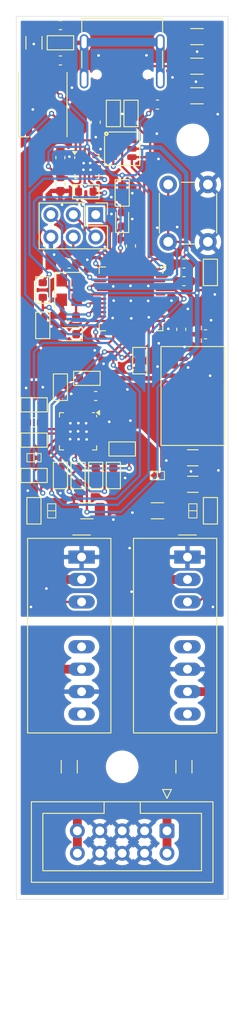
<source format=kicad_pcb>
(kicad_pcb (version 20240108) (generator "pcbnew") (generator_version "8.0")
  (layers (0 "F.Cu" signal) (31 "B.Cu" signal) (34 "B.Paste" user) (35 "F.Paste" user) (36 "B.SilkS" user "B.Silkscreen") (37 "F.SilkS" user "F.Silkscreen") (38 "B.Mask" user) (39 "F.Mask" user) (44 "Edge.Cuts" user))
  (net 0 "")
  (net 1 "VBUS")
  (net 2 "GND")
  (net 3 "Net-(J1-SHIELD)")
  (net 4 "+5V")
  (net 5 "Net-(U2-AREF)")
  (net 6 "Net-(U2-UCAP)")
  (net 7 "Net-(U6-dVdT)")
  (net 8 "Net-(J2-Pin_3)")
  (net 9 "Net-(J2-Pin_1)")
  (net 10 "Net-(J2-Pin_10)")
  (net 11 "Net-(D1-L1)")
  (net 12 "Net-(D1-L2)")
  (net 13 "VCC")
  (net 14 "Net-(D1-L4)")
  (net 15 "Net-(D1-L3)")
  (net 16 "Net-(D2-K)")
  (net 17 "Net-(D2-A)")
  (net 18 "Net-(D3-DIN)")
  (net 20 "Net-(D4-A)")
  (net 21 "Net-(D4-K)")
  (net 22 "Net-(J1-D--PadA7)")
  (net 25 "Net-(J1-D+-PadA6)")
  (net 26 "Net-(JP1-B)")
  (net 27 "Net-(JP2-B)")
  (net 28 "Net-(JP3-A)")
  (net 29 "Net-(JP4-B)")
  (net 30 "Net-(U2-PC7)")
  (net 31 "Net-(U6-ILIM)")
  (net 32 "Net-(U6-OVP)")
  (net 33 "Net-(U6-UVLO)")
  (net 34 "Net-(U4-ON{slash}~{OFF})")
  (net 35 "Net-(U3-ON{slash}~{OFF})")
  (net 36 "/SDA")
  (net 37 "/SCL")
  (net 38 "Net-(U6-PGTH)")
  (net 39 "/POWER_EN")
  (net 40 "/PGOOD")
  (net 41 "/FLT_N")
  (net 42 "/INT_N")
  (net 44 "Net-(U2-XTAL2)")
  (net 49 "/IMON")
  (net 54 "Net-(U2-XTAL1)")
  (net 71 "/MISO")
  (net 72 "/RESET")
  (net 73 "/MOSI")
  (net 74 "/SCK")
  (footprint "Converter_DCDC:Converter_DCDC_TRACO_TMR-xxxx_THT" (layer "F.Cu") (at 119.4 111.2425 -90)
    (property "Reference" "U4" (hide yes))
    (property "Value" "TMR-1212")
  )
  (footprint "PCM_Resistor_SMD_AKL:R_0603_1608Metric" (layer "F.Cu") (at 102 94)
    (property "Reference" "R9" (hide yes))
    (property "Value" "33k" (hide yes))
  )
  (footprint "Capacitor_SMD:C_1206_3216Metric" (layer "F.Cu") (at 120.475 59)
    (property "Reference" "C12" (hide yes))
    (property "Value" "1uF 50V")
  )
  (footprint "Capacitor_SMD:C_0603_1608Metric" (layer "F.Cu") (at 105 55)
    (property "Reference" "C19" (hide yes))
    (property "Value" "100nF")
  )
  (footprint "PCM_Resistor_SMD_AKL:R_0603_1608Metric" (layer "F.Cu") (at 122 79 -90)
    (property "Reference" "R7" (hide yes))
    (property "Value" "10k" (hide yes))
  )
  (footprint "PCM_4ms_SolderJumper:JUMPER_SMD_1x2_tiny" (layer "F.Cu") (at 104 106 -90)
    (property "Reference" "JP1" (hide yes))
    (property "Value" "Jumper_2_Open" (hide yes))
  )
  (footprint "Capacitor_SMD:C_1206_3216Metric_Pad1.33x1.80mm_HandSolder" (layer "F.Cu") (at 119 135 -90)
    (property "Reference" "C10" (hide yes))
    (property "Value" "22uF")
  )
  (footprint "PCM_Resistor_SMD_AKL:R_0603_1608Metric" (layer "F.Cu") (at 122 106 -90)
    (property "Reference" "R12" (hide yes))
    (property "Value" "1k" (hide yes))
  )
  (footprint "MountingHole:MountingHole_3.2mm_M3" (layer "F.Cu") (at 120 64)
    (property "Reference" "H1" (hide yes))
    (property "Value" "MountingHole")
  )
  (footprint "PCM_Resistor_SMD_AKL:R_0603_1608Metric" (layer "F.Cu") (at 102 102)
    (property "Reference" "R21" (hide yes))
    (property "Value" "10k" (hide yes))
  )
  (footprint "Capacitor_SMD:C_0603_1608Metric" (layer "F.Cu") (at 105 51 180)
    (property "Reference" "C2" (hide yes))
    (property "Value" "100nF")
  )
  (footprint "Capacitor_SMD:C_0603_1608Metric" (layer "F.Cu") (at 105 66 -90)
    (property "Reference" "C15" (hide yes))
    (property "Value" "100nF")
  )
  (footprint "LED_SMD:LED_0603_1608Metric" (layer "F.Cu") (at 106 86 180)
    (property "Reference" "D4" (hide yes))
    (property "Value" "LED")
  )
  (footprint "PCM_Resistor_SMD_AKL:R_0603_1608Metric" (layer "F.Cu") (at 102 98)
    (property "Reference" "R8" (hide yes))
    (property "Value" "5k6" (hide yes))
  )
  (footprint "Capacitor_SMD:C_0603_1608Metric" (layer "F.Cu") (at 102 96 180)
    (property "Reference" "C7" (hide yes))
    (property "Value" "100n")
  )
  (footprint "PCM_Resistor_SMD_AKL:R_0603_1608Metric" (layer "F.Cu") (at 113 61 -90)
    (property "Reference" "R1" (hide yes))
    (property "Value" "27R" (hide yes))
  )
  (footprint "PCM_Resistor_SMD_AKL:R_0603_1608Metric" (layer "F.Cu") (at 111 102 90)
    (property "Reference" "R19" (hide yes))
    (property "Value" "82k" (hide yes))
  )
  (footprint "Capacitor_SMD:C_1206_3216Metric" (layer "F.Cu") (at 120.475 55.65)
    (property "Reference" "C9" (hide yes))
    (property "Value" "1uF 50V")
  )
  (footprint "Capacitor_SMD:C_0603_1608Metric" (layer "F.Cu") (at 106 78 180)
    (property "Reference" "C22" (hide yes))
    (property "Value" "12pF")
  )
  (footprint "PCM_Resistor_SMD_AKL:R_0603_1608Metric" (layer "F.Cu") (at 112 70 90)
    (property "Reference" "R4" (hide yes))
    (property "Value" "1k" (hide yes))
  )
  (footprint "PCM_Resistor_SMD_AKL:R_0603_1608Metric" (layer "F.Cu") (at 103 85 90)
    (property "Reference" "R6" (hide yes))
    (property "Value" "1k" (hide yes))
  )
  (footprint "Capacitor_SMD:C_1206_3216Metric" (layer "F.Cu") (at 120.475 52.3)
    (property "Reference" "C8" (hide yes))
    (property "Value" "1uF 50V")
  )
  (footprint "LED_SMD:LED_WS2812B_PLCC4_5.0x5.0mm_P3.2mm" (layer "F.Cu") (at 103 60 -90)
    (property "Reference" "D3" (hide yes))
    (property "Value" "WS2812B")
  )
  (footprint "Capacitor_SMD:C_1206_3216Metric" (layer "F.Cu") (at 108 106)
    (property "Reference" "C17" (hide yes))
    (property "Value" "22uF 50V")
  )
  (footprint "Capacitor_SMD:C_0603_1608Metric" (layer "F.Cu") (at 106 84)
    (property "Reference" "C23" (hide yes))
    (property "Value" "12pF")
  )
  (footprint "MountingHole:MountingHole_3.2mm_M3" (layer "F.Cu") (at 112 135)
    (property "Reference" "H2" (hide yes))
    (property "Value" "MountingHole")
  )
  (footprint "Package_DFN_QFN:Texas_RGE0024H_VQFN-24-1EP_4x4mm_P0.5mm_EP2.7x2.7mm" (layer "F.Cu") (at 107 97 -90)
    (property "Reference" "U6" (hide yes))
    (property "Value" "TPS26630RGE")
  )
  (footprint "PCM_Resistor_SMD_AKL:R_0603_1608Metric" (layer "F.Cu") (at 102 106 -90)
    (property "Reference" "R13" (hide yes))
    (property "Value" "1k" (hide yes))
  )
  (footprint "PCM_Resistor_SMD_AKL:R_0603_1608Metric" (layer "F.Cu") (at 108 91)
    (property "Reference" "R11" (hide yes))
    (property "Value" "390k" (hide yes))
  )
  (footprint "Capacitor_SMD:C_0603_1608Metric" (layer "F.Cu") (at 121.444374 86.015089 180)
    (property "Reference" "C1" (hide yes))
    (property "Value" "1uF")
  )
  (footprint "PCM_Resistor_SMD_AKL:R_0603_1608Metric" (layer "F.Cu") (at 111 61 -90)
    (property "Reference" "R2" (hide yes))
    (property "Value" "27R" (hide yes))
  )
  (footprint "PCM_4ms_SolderJumper:JUMPER_SMD_1x2_tiny" (layer "F.Cu") (at 120 106 -90)
    (property "Reference" "JP2" (hide yes))
    (property "Value" "Jumper_2_Open" (hide yes))
  )
  (footprint "Capacitor_SMD:C_0603_1608Metric" (layer "F.Cu") (at 105 69 -90)
    (property "Reference" "C3" (hide yes))
    (property "Value" "100nF")
  )
  (footprint "Package_DFN_QFN:WQFN-14-1EP_2.5x2.5mm_P0.5mm_EP1.45x1.45mm" (layer "F.Cu") (at 108 67)
    (property "Reference" "U1" (hide yes))
    (property "Value" "FUSB302BMPX")
  )
  (footprint "PCM_4ms_SolderJumper:JUMPER_SMD_1x2_tiny" (layer "F.Cu") (at 102 100)
    (property "Reference" "JP4" (hide yes))
    (property "Value" "Jumper_2_Open" (hide yes))
  )
  (footprint "PCM_Resistor_SMD_AKL:R_0603_1608Metric" (layer "F.Cu") (at 109 102 -90)
    (property "Reference" "R22" (hide yes))
    (property "Value" "10k" (hide yes))
  )
  (footprint "Capacitor_SMD:C_0603_1608Metric" (layer "F.Cu") (at 119 80 180)
    (property "Reference" "C5" (hide yes))
    (property "Value" "100nF")
  )
  (footprint "PCM_Resistor_SMD_AKL:R_0603_1608Metric" (layer "F.Cu") (at 105 92 90)
    (property "Reference" "R10" (hide yes))
    (property "Value" "24k" (hide yes))
  )
  (footprint "Capacitor_SMD:C_0603_1608Metric" (layer "F.Cu") (at 116 60)
    (property "Reference" "C14" (hide yes))
    (property "Value" "330pF")
  )
  (footprint "PCM_Resistor_SMD_AKL:R_0603_1608Metric" (layer "F.Cu") (at 114 89 90)
    (property "Reference" "R5" (hide yes))
    (property "Value" "330R" (hide yes))
  )
  (footprint "PCM_Package_TO_SOT_SMD_AKL:TO-252-2" (layer "F.Cu") (at 120 93 -90)
    (property "Reference" "U5" (hide yes))
    (property "Value" "L78M05ABDT" (hide yes))
  )
  (footprint "Connector_USB:USB_C_Receptacle_G-Switch_GT-USB-7010ASV" (layer "F.Cu") (at 112 54 180)
    (property "Reference" "J1" (hide yes))
    (property "Value" "USB_C_Receptacle_USB2.0_16P")
  )
  (footprint "PCM_4ms_Resistor:R_1206_3216Metric" (layer "F.Cu") (at 120 103)
    (property "Reference" "R14" (hide yes))
    (property "Value" "1k")
  )
  (footprint "PCM_Resistor_SMD_AKL:R_0603_1608Metric" (layer "F.Cu") (at 107 102 -90)
    (property "Reference" "R23" (hide yes))
    (property "Value" "10k" (hide yes))
  )
  (footprint "PCM_Package_TO_SOT_SMD_AKL:SOT-23-6" (layer "F.Cu") (at 112 65)
    (property "Reference" "D1" (hide yes))
    (property "Value" "SRV05-4" (hide yes))
  )
  (footprint "Converter_DCDC:Converter_DCDC_TRACO_TMR-xxxx_THT" (layer "F.Cu") (at 107.4 111.2425 -90)
    (property "Reference" "U3" (hide yes))
    (property "Value" "TMR-1212")
  )
  (footprint "Capacitor_SMD:C_1206_3216Metric" (layer "F.Cu") (at 116 106 180)
    (property "Reference" "C18" (hide yes))
    (property "Value" "22uF 50V")
  )
  (footprint "Package_DFN_QFN:QFN-44-1EP_7x7mm_P0.5mm_EP5.2x5.2mm" (layer "F.Cu") (at 113 82 -90)
    (property "Reference" "U2" (hide yes))
    (property "Value" "ATmega32U4-M")
  )
  (footprint "Capacitor_SMD:C_0603_1608Metric" (layer "F.Cu") (at 109 62 -90)
    (property "Reference" "C13" (hide yes))
    (property "Value" "330pF")
  )
  (footprint "PCM_4ms_SolderJumper:JUMPER_SMD_1x2_tiny" (layer "F.Cu") (at 116 102 180)
    (property "Reference" "JP3" (hide yes))
    (property "Value" "Jumper_2_Open" (hide yes))
  )
  (footprint "Connector_IDC:IDC-Header_2x05_P2.54mm_Vertical" (layer "F.Cu") (at 117.08 142.2475 -90)
    (property "Reference" "J2" (hide yes))
    (property "Value" "Eurorack Power")
  )
  (footprint "PCM_Resistor_SMD_AKL:R_0603_1608Metric" (layer "F.Cu") (at 105 53 180)
    (property "Reference" "R3" (hide yes))
    (property "Value" "100k" (hide yes))
  )
  (footprint "Capacitor_SMD:C_0603_1608Metric" (layer "F.Cu") (at 118.695155 85.452406 90)
    (property "Reference" "C16" (hide yes))
    (property "Value" "1uF")
  )
  (footprint "Capacitor_SMD:C_1206_3216Metric" (layer "F.Cu") (at 102 53 90)
    (property "Reference" "C21" (hide yes))
    (property "Value" "22uF 50V")
  )
  (footprint "Capacitor_SMD:C_0603_1608Metric" (layer "F.Cu") (at 113 76 90)
    (property "Reference" "C6" (hide yes))
    (property "Value" "1uF")
  )
  (footprint "PCM_Resistor_SMD_AKL:R_0603_1608Metric" (layer "F.Cu") (at 103 81 -90)
    (property "Reference" "R16" (hide yes))
    (property "Value" "10k" (hide yes))
  )
  (footprint "PCM_Resistor_SMD_AKL:R_0603_1608Metric" (layer "F.Cu") (at 112 99 180)
    (property "Reference" "R18" (hide yes))
    (property "Value" "560k" (hide yes))
  )
  (footprint "Capacitor_SMD:C_0603_1608Metric" (layer "F.Cu") (at 109 93)
    (property "Reference" "C20" (hide yes))
    (property "Value" "1uF")
  )
  (footprint "Capacitor_SMD:C_0603_1608Metric" (layer "F.Cu") (at 119 78)
    (property "Reference" "C4" (hide yes))
    (property "Value" "100nF")
  )
  (footprint "PCM_Resistor_SMD_AKL:R_0603_1608Metric" (layer "F.Cu") (at 105 102 90)
    (property "Reference" "R20" (hide yes))
    (property "Value" "5k6" (hide yes))
  )
  (footprint "PCM_Resistor_SMD_AKL:R_0603_1608Metric" (layer "F.Cu") (at 107.878019 69.865803 180)
    (property "Reference" "R17" (hide yes))
    (property "Value" "10k" (hide yes))
  )
  (footprint "Connector_PinHeader_2.54mm:PinHeader_2x03_P2.54mm_Vertical" (layer "F.Cu") (at 109 72.46 -90)
    (property "Reference" "J3" (hide yes))
    (property "Value" "Conn_02x03")
  )
  (footprint "Button_Switch_THT:SW_PUSH_6mm" (layer "F.Cu") (at 121.71402 69.043127 -90)
    (property "Reference" "SW1" (hide yes))
    (property "Value" "SW_Push")
  )
  (footprint "LED_SMD:LED_0603_1608Metric" (layer "F.Cu") (at 112 73 90)
    (property "Reference" "D2" (hide yes))
    (property "Value" "LED")
  )
  (footprint "PCM_4ms_Resistor:R_1206_3216Metric" (layer "F.Cu") (at 120 100)
    (property "Reference" "R15" (hide yes))
    (property "Value" "1k")
  )
  (footprint "Capacitor_SMD:C_1206_3216Metric_Pad1.33x1.80mm_HandSolder" (layer "F.Cu") (at 106 135 90)
    (property "Reference" "C11" (hide yes))
    (property "Value" "22uF")
  )
  (footprint "Crystal:Crystal_SMD_3225-4Pin_3.2x2.5mm" (layer "F.Cu") (at 106 81 -90)
    (property "Reference" "Y1" (hide yes))
    (property "Value" "X322516MLB4SI")
  )
  (gr_rect (start 100 50) (end 124 150) (stroke (width 0.05)) (fill none) (layer "Edge.Cuts"))
  (segment (start 105.225 67) (end 105 66.775) (width 0.254) (layer "F.Cu") (net 1))
  (segment (start 113 55) (end 114 56) (width 0.254) (layer "F.Cu") (net 1))
  (segment (start 119 52.3) (end 119 55.65) (width 0.508) (layer "F.Cu") (net 1))
  (segment (start 109.6 57.107778) (end 110 56.707778) (width 0.254) (layer "F.Cu") (net 1))
  (segment (start 106.7375 67) (end 105.225 67) (width 0.254) (layer "F.Cu") (net 1))
  (segment (start 104.225 66) (end 104 66) (width 0.254) (layer "F.Cu") (net 1))
  (segment (start 114 56) (end 114.35 55.65) (width 0.254) (layer "F.Cu") (net 1))
  (segment (start 109.6 57.725) (end 109.6 57.107778) (width 0.254) (layer "F.Cu") (net 1))
  (segment (start 122.28 88.8) (end 120.37771 90.70229) (width 0.508) (layer "F.Cu") (net 1))
  (segment (start 110 56.707778) (end 110 56) (width 0.254) (layer "F.Cu") (net 1))
  (segment (start 105 66.775) (end 104.225 66) (width 0.254) (layer "F.Cu") (net 1))
  (segment (start 114.4 57.107778) (end 114 56.707778) (width 0.254) (layer "F.Cu") (net 1))
  (segment (start 115.676031 91) (end 108.825 91) (width 0.508) (layer "F.Cu") (net 1))
  (segment (start 107.822432 93) (end 108.225 93) (width 0.254) (layer "F.Cu") (net 1))
  (segment (start 108.225 93.775) (end 108.225 93) (width 0.254) (layer "F.Cu") (net 1))
  (segment (start 107.75 94.25) (end 108.225 93.775) (width 0.254) (layer "F.Cu") (net 1))
  (segment (start 119 55.65) (end 119 59) (width 0.508) (layer "F.Cu") (net 1))
  (segment (start 114.009538 55.990462) (end 114.009538 55.65) (width 0.254) (layer "F.Cu") (net 1))
  (segment (start 122.219374 88.739374) (end 122.28 88.8) (width 0.508) (layer "F.Cu") (net 1))
  (segment (start 114.4 57.725) (end 114.4 57.107778) (width 0.254) (layer "F.Cu") (net 1))
  (segment (start 111 55) (end 113 55) (width 0.254) (layer "F.Cu") (net 1))
  (segment (start 114 56.707778) (end 114 56) (width 0.254) (layer "F.Cu") (net 1))
  (segment (start 122.219374 86.015089) (end 122.219374 88.739374) (width 0.508) (layer "F.Cu") (net 1))
  (segment (start 106.25 94.572432) (end 107.822432 93) (width 0.254) (layer "F.Cu") (net 1))
  (segment (start 115.973741 90.70229) (end 115.676031 91) (width 0.508) (layer "F.Cu") (net 1))
  (segment (start 114.009538 55.65) (end 113.65 55.65) (width 0.254) (layer "F.Cu") (net 1))
  (segment (start 120.37771 90.70229) (end 115.973741 90.70229) (width 0.508) (layer "F.Cu") (net 1))
  (segment (start 114.35 55.65) (end 119 55.65) (width 0.254) (layer "F.Cu") (net 1))
  (segment (start 108.25 93.025) (end 108.225 93) (width 0.254) (layer "F.Cu") (net 1))
  (segment (start 107.75 95.0375) (end 107.75 94.25) (width 0.254) (layer "F.Cu") (net 1))
  (segment (start 106.25 95.0375) (end 106.25 94.572432) (width 0.254) (layer "F.Cu") (net 1))
  (segment (start 114.35 55.65) (end 114.009538 55.65) (width 0.254) (layer "F.Cu") (net 1))
  (segment (start 113.65 55.65) (end 113 55) (width 0.254) (layer "F.Cu") (net 1))
  (segment (start 114 56) (end 114.009538 55.990462) (width 0.254) (layer "F.Cu") (net 1))
  (segment (start 110 56) (end 111 55) (width 0.254) (layer "F.Cu") (net 1))
  (segment (start 111.793978 102.825) (end 112.334008 102.28497) (width 0.254) (layer "F.Cu") (net 2))
  (segment (start 106.775 77.961644) (end 105.653489 76.840133) (width 0.254) (layer "F.Cu") (net 2))
  (segment (start 109.475 106) (end 109.475 106.29477) (width 0.254) (layer "F.Cu") (net 2))
  (segment (start 114.525 106) (end 113.373116 106) (width 0.254) (layer "F.Cu") (net 2))
  (segment (start 109.475 106.29477) (end 110.18023 107) (width 0.254) (layer "F.Cu") (net 2))
  (segment (start 108.8 57.725) (end 108.8 58.2) (width 0.254) (layer "F.Cu") (net 2))
  (segment (start 111 102.825) (end 111.793978 102.825) (width 0.254) (layer "F.Cu") (net 2))
  (segment (start 113.373116 106) (end 113.162288 106.210828) (width 0.254) (layer "F.Cu") (net 2))
  (segment (start 110.18023 107) (end 111 107) (width 0.254) (layer "F.Cu") (net 2))
  (segment (start 109 62.775) (end 109 63.676894) (width 0.254) (layer "F.Cu") (net 2))
  (segment (start 108.8 58.2) (end 108 59) (width 0.254) (layer "F.Cu") (net 2))
  (segment (start 106.775 78) (end 106.775 77.961644) (width 0.254) (layer "F.Cu") (net 2))
  (segment (start 109 63.676894) (end 109.004259 63.681153) (width 0.254) (layer "F.Cu") (net 2))
  (segment (start 105 102.825) (end 105 104) (width 0.254) (layer "F.Cu") (net 2))
  (segment (start 105.346326 65.225) (end 106.015759 65.894433) (width 0.254) (layer "F.Cu") (net 2))
  (segment (start 105 65.225) (end 105.346326 65.225) (width 0.254) (layer "F.Cu") (net 2))
  (via (at 111 107) (size 0.6) (drill 0.3) (layers "F.Cu" "B.Cu") (net 2))
  (via (at 101.29959 103.722982) (size 0.6) (drill 0.3) (layers "F.Cu" "B.Cu") (net 2))
  (via (at 120.5 54) (size 0.6) (drill 0.3) (layers "F.Cu" "B.Cu") (net 2))
  (via (at 117.229525 85.388496) (size 0.6) (drill 0.3) (layers "F.Cu" "B.Cu") (net 2))
  (via (at 112.009813 61.052133) (size 0.6) (drill 0.3) (layers "F.Cu" "B.Cu") (net 2))
  (via (at 105 104) (size 0.6) (drill 0.3) (layers "F.Cu" "B.Cu") (net 2))
  (via (at 107.971888 97.920552) (size 0.6) (drill 0.3) (layers "F.Cu" "B.Cu") (net 2))
  (via (at 101.87145 60.549862) (size 0.6) (drill 0.3) (layers "F.Cu" "B.Cu") (net 2))
  (via (at 108.377635 66.625394) (size 0.6) (drill 0.3) (layers "F.Cu" "B.Cu") (net 2))
  (via (at 107.952525 97.042755) (size 0.6) (drill 0.3) (layers "F.Cu" "B.Cu") (net 2))
  (via (at 115.980191 73.937447) (size 0.6) (drill 0.3) (layers "F.Cu" "B.Cu") (net 2))
  (via (at 112.843427 110.2275) (size 0.6) (drill 0.3) (layers "F.Cu" "B.Cu") (net 2))
  (via (at 107.036001 96.074595) (size 0.6) (drill 0.3) (layers "F.Cu" "B.Cu") (net 2))
  (via (at 110.920362 84.168388) (size 0.6) (drill 0.3) (layers "F.Cu" "B.Cu") (net 2))
  (via (at 103.407503 114.806698) (size 0.6) (drill 0.3) (layers "F.Cu" "B.Cu") (net 2))
  (via (at 116.148635 87.03642) (size 0.6) (drill 0.3) (layers "F.Cu" "B.Cu") (net 2))
  (via (at 114.9459 82.227739) (size 0.6) (drill 0.3) (layers "F.Cu" "B.Cu") (net 2))
  (via (at 110.769753 70.477097) (size 0.6) (drill 0.3) (layers "F.Cu" "B.Cu") (net 2))
  (via (at 117.000208 100.311435) (size 0.6) (drill 0.3) (layers "F.Cu" "B.Cu") (net 2))
  (via (at 119.473501 89.776808) (size 0.6) (drill 0.3) (layers "F.Cu" "B.Cu") (net 2))
  (via (at 121.965847 90.702538) (size 0.6) (drill 0.3) (layers "F.Cu" "B.Cu") (net 2))
  (via (at 101.981595 53.138677) (size 0.6) (drill 0.3) (layers "F.Cu" "B.Cu") (net 2))
  (via (at 106.100113 97.894735) (size 0.6) (drill 0.3) (layers "F.Cu" "B.Cu") (net 2))
  (via (at 110.536138 95.919717) (size 0.6) (drill 0.3) (layers "F.Cu" "B.Cu") (net 2))
  (via (at 116.113134 66.152403) (size 0.6) (drill 0.3) (layers "F.Cu" "B.Cu") (net 2))
  (via (at 106.305266 58.080987) (size 0.6) (drill 0.3) (layers "F.Cu" "B.Cu") (net 2))
  (via (at 119.442031 83.136638) (size 0.6) (drill 0.3) (layers "F.Cu" "B.Cu") (net 2))
  (via (at 109.542733 65.038046) (size 0.6) (drill 0.3) (layers "F.Cu" "B.Cu") (net 2))
  (via (at 103 92) (size 0.6) (drill 0.3) (layers "F.Cu" "B.Cu") (net 2))
  (via (at 109.324659 54.435231) (size 0.6) (drill 0.3) (layers "F.Cu" "B.Cu") (net 2))
  (via (at 107.603634 67.384219) (size 0.6) (drill 0.3) (layers "F.Cu" "B.Cu") (net 2))
  (via (at 106.125931 97.0363) (size 0.6) (drill 0.3) (layers "F.Cu" "B.Cu") (net 2))
  (via (at 115.011462 84.089713) (size 0.6) (drill 0.3) (layers "F.Cu" "B.Cu") (net 2))
  (via (at 119.071664 87.437935) (size 0.6) (drill 0.3) (layers "F.Cu" "B.Cu") (net 2))
  (via (at 109.004259 63.681153) (size 0.6) (drill 0.3) (layers "F.Cu" "B.Cu") (net 2))
  (via (at 106.22844 92.764043) (size 0.6) (drill 0.3) (layers "F.Cu" "B.Cu") (net 2))
  (via (at 108.048725 77.572801) (size 0.6) (drill 0.3) (layers "F.Cu" "B.Cu") (net 2))
  (via (at 103.967423 85.119992) (size 0.6) (drill 0.3) (layers "F.Cu" "B.Cu") (net 2))
  (via (at 118.235099 73.860356) (size 0.6) (drill 0.3) (layers "F.Cu" "B.Cu") (net 2))
  (via (at 107.907344 96.087504) (size 0.6) (drill 0.3) (layers "F.Cu" "B.Cu") (net 2))
  (via (at 110.780462 72.389855) (size 0.6) (drill 0.3) (layers "F.Cu" "B.Cu") (net 2))
  (via (at 109.891266 89.349917) (size 0.6) (drill 0.3) (layers "F.Cu" "B.Cu") (net 2))
  (via (at 112.939687 80.523114) (size 0.6) (drill 0.3) (layers "F.Cu" "B.Cu") (net 2))
  (via (at 105.180216 71.345101) (size 0.6) (drill 0.3) (layers "F.Cu" "B.Cu") (net 2))
  (via (at 113.162288 106.210828) (size 0.6) (drill 0.3) (layers "F.Cu" "B.Cu") (net 2))
  (via (at 122.830468 61.084852) (size 0.6) (drill 0.3) (layers "F.Cu" "B.Cu") (net 2))
  (via (at 122.27935 116.888151) (size 0.6) (drill 0.3) (layers "F.Cu" "B.Cu") (net 2))
  (via (at 117.700859 56.915077) (size 0.6) (drill 0.3) (layers "F.Cu" "B.Cu") (net 2))
  (via (at 108.885975 87.831052) (size 0.6) (drill 0.3) (layers "F.Cu" "B.Cu") (net 2))
  (via (at 112.929167 95.791233) (size 0.6) (drill 0.3) (layers "F.Cu" "B.Cu") (net 2))
  (via (at 112.334008 102.28497) (size 0.6) (drill 0.3) (layers "F.Cu" "B.Cu") (net 2))
  (via (at 113.14293 72.955649) (size 0.6) (drill 0.3) (layers "F.Cu" "B.Cu") (net 2))
  (via (at 112.979025 82.214626) (size 0.6) (drill 0.3) (layers "F.Cu" "B.Cu") (net 2))
  (via (at 107.633987 66.632982) (size 0.6) (drill 0.3) (layers "F.Cu" "B.Cu") (net 2))
  (via (at 108.407988 67.384219) (size 0.6) (drill 0.3) (layers "F.Cu" "B.Cu") (net 2))
  (via (at 113.065448 115.167483) (size 0.6) (drill 0.3) (layers "F.Cu" "B.Cu") (net 2))
  (via (at 116.011801 89.666663) (size 0.6) (drill 0.3) (layers "F.Cu" "B.Cu") (net 2))
  (via (at 122.5 81.5) (size 0.6) (drill 0.3) (layers "F.Cu" "B.Cu") (net 2))
  (via (at 114.753141 54.41917) (size 0.6) (drill 0.3) (layers "F.Cu" "B.Cu") (net 2))
  (via (at 101.114352 92.089769) (size 0.6) (drill 0.3) (layers "F.Cu" "B.Cu") (net 2))
  (via (at 113.146213 70.033702) (size 0.6) (drill 0.3) (layers "F.Cu" "B.Cu") (net 2))
  (via (at 106.015759 65.894433) (size 0.6) (drill 0.3) (layers "F.Cu" "B.Cu") (net 2))
  (via (at 111.038375 82.201514) (size 0.6) (drill 0.3) (layers "F.Cu" "B.Cu") (net 2))
  (via (at 107 97) (size 0.6) (drill 0.3) (layers "F.Cu" "B.Cu") (net 2))
  (via (at 113.031475 84.207726) (size 0.6) (drill 0.3) (layers "F.Cu" "B.Cu") (net 2))
  (via (at 112.591895 92.257901) (size 0.6) (drill 0.3) (layers "F.Cu" "B.Cu") (net 2))
  (via (at 119.791109 101.543863) (size 0.6) (drill 0.3) (layers "F.Cu" "B.Cu") (net 2))
  (via (at 107.055364 97.901189) (size 0.6) (drill 0.3) (layers "F.Cu" "B.Cu") (net 2))
  (via (at 110.985807 80.585461) (size 0.6) (drill 0.3) (layers "F.Cu" "B.Cu") (net 2))
  (via (at 115.924314 63.288633) (size 0.6) (drill 0.3) (layers "F.Cu" "B.Cu") (net 2))
  (via (at 122.074996 84.418543) (size 0.6) (drill 0.3) (layers "F.Cu" "B.Cu") (net 2))
  (via (at 106.125931 96.087504) (size 0.6) (drill 0.3) (layers "F.Cu" "B.Cu") (net 2))
  (via (at 122.904709 101.423036) (size 0.6) (drill 0.3) (layers "F.Cu" "B.Cu") (net 2))
  (via (at 104.284154 76.985369) (size 0.6) (drill 0.3) (layers "F.Cu" "B.Cu") (net 2))
  (via (at 101.659082 116.888151) (size 0.6) (drill 0.3) (layers "F.Cu" "B.Cu") (net 2))
  (via (at 117.588735 82.19951) (size 0.6) (drill 0.3) (layers "F.Cu" "B.Cu") (net 2))
  (via (at 120.360073 57.402862) (size 0.6) (drill 0.3) (layers "F.Cu" "B.Cu") (net 2))
  (via (at 114.959012 80.536226) (size 0.6) (drill 0.3) (layers "F.Cu" "B.Cu") (net 2))
  (segment (start 102.662882 73.742882) (end 102.662882 73.428346) (width 0.254) (layer "B.Cu") (net 2))
  (segment (start 103.92 75) (end 102.662882 73.742882) (width 0.254) (layer "B.Cu") (net 2))
  (segment (start 105.775 51) (end 105.775 52.95) (width 0.508) (layer "F.Cu") (net 3))
  (segment (start 107.605 53) (end 107.68 52.925) (width 0.508) (layer "F.Cu") (net 3))
  (segment (start 105.825 53) (end 107.605 53) (width 0.508) (layer "F.Cu") (net 3))
  (segment (start 105.775 52.95) (end 105.825 53) (width 0.508) (layer "F.Cu") (net 3))
  (segment (start 116.32 52.925) (end 107.68 52.925) (width 1) (layer "B.Cu") (net 3))
  (segment (start 107.68 57.125) (end 107.68 52.925) (width 1) (layer "B.Cu") (net 3))
  (segment (start 116.32 57.125) (end 116.32 52.925) (width 1) (layer "B.Cu") (net 3))
  (segment (start 107.75 65.070699) (end 108.042265 64.778434) (width 0.254) (layer "F.Cu") (net 4))
  (segment (start 107.081666 69.906666) (end 107.175 70) (width 0.254) (layer "F.Cu") (net 4))
  (segment (start 108 106.127505) (end 108.009704 106.137209) (width 0.254) (layer "F.Cu") (net 4))
  (segment (start 110.5 87) (end 109.5 87) (width 0.254) (layer "F.Cu") (net 4))
  (segment (start 115.5 77.5) (end 117.725 77.5) (width 0.254) (layer "F.Cu") (net 4))
  (segment (start 103 83) (end 103.678581 83) (width 0.254) (layer "F.Cu") (net 4))
  (segment (start 108.25 64.986169) (end 108.042265 64.778434) (width 0.254) (layer "F.Cu") (net 4))
  (segment (start 119.2 88.8) (end 119.5 88.5) (width 0.508) (layer "F.Cu") (net 4))
  (segment (start 117.72 88.8) (end 119.2 88.8) (width 0.508) (layer "F.Cu") (net 4))
  (segment (start 116.3375 79.5) (end 117 79.5) (width 0.254) (layer "F.Cu") (net 4))
  (segment (start 117.72 87.202561) (end 118.695155 86.227406) (width 0.508) (layer "F.Cu") (net 4))
  (segment (start 120.812575 81) (end 120.474857 81.337718) (width 0.254) (layer "F.Cu") (net 4))
  (segment (start 109 85.779886) (end 108.994353 85.774239) (width 0.254) (layer "F.Cu") (net 4))
  (segment (start 119.263344 76.961656) (end 119.263344 76.763344) (width 0.254) (layer "F.Cu") (net 4))
  (segment (start 115 78.6625) (end 115 78) (width 0.254) (layer "F.Cu") (net 4))
  (segment (start 122 80.5) (end 121.5 81) (width 0.254) (layer "F.Cu") (net 4))
  (segment (start 117.72 88.8) (end 117.72 87.202561) (width 0.508) (layer "F.Cu") (net 4))
  (segment (start 105 68.225) (end 104.866407 68.225) (width 0.254) (layer "F.Cu") (net 4))
  (segment (start 112.5 77.53688) (end 111.810858 76.847738) (width 0.254) (layer "F.Cu") (net 4))
  (segment (start 118.225 78.275) (end 118.225 78) (width 0.254) (layer "F.Cu") (net 4))
  (segment (start 121.5 81) (end 120.812575 81) (width 0.254) (layer "F.Cu") (net 4))
  (segment (start 117.725 77.5) (end 118.225 78) (width 0.254) (layer "F.Cu") (net 4))
  (segment (start 103.7 54.475) (end 104.225 55) (width 0.254) (layer "F.Cu") (net 4))
  (segment (start 104.65 55.425) (end 104.65 57.55) (width 0.254) (layer "F.Cu") (net 4))
  (segment (start 107.081666 68.934276) (end 107.081666 69) (width 0.254) (layer "F.Cu") (net 4))
  (segment (start 115 78) (end 115.5 77.5) (width 0.254) (layer "F.Cu") (net 4))
  (segment (start 107.175 70) (end 107.175 70.920728) (width 0.254) (layer "F.Cu") (net 4))
  (segment (start 107.081666 68.934276) (end 107.25 68.765942) (width 0.254) (layer "F.Cu") (net 4))
  (segment (start 107 102.825) (end 108 102.825) (width 0.254) (layer "F.Cu") (net 4))
  (segment (start 103 83) (end 103 81.825) (width 0.254) (layer "F.Cu") (net 4))
  (segment (start 109.6625 80.5) (end 108.574772 80.5) (width 0.254) (layer "F.Cu") (net 4))
  (segment (start 111.810858 76.847738) (end 111.810858 76.247569) (width 0.254) (layer "F.Cu") (net 4))
  (segment (start 109 86.5) (end 109 85.779886) (width 0.254) (layer "F.Cu") (net 4))
  (segment (start 106.5 69) (end 107.081666 69) (width 0.254) (layer "F.Cu") (net 4))
  (segment (start 122 79.825) (end 122 80.5) (width 0.254) (layer "F.Cu") (net 4))
  (segment (start 108 102.825) (end 108 106.127505) (width 0.254) (layer "F.Cu") (net 4))
  (segment (start 108 102.825) (end 109 102.825) (width 0.254) (layer "F.Cu") (net 4))
  (segment (start 107.25 68.765942) (end 107.25 68.2625) (width 0.254) (layer "F.Cu") (net 4))
  (segment (start 116.3375 84.5) (end 116.3375 85.8375) (width 0.254) (layer "F.Cu") (net 4))
  (segment (start 104.65 58.65) (end 105 59) (width 0.254) (layer "F.Cu") (net 4))
  (segment (start 102 54.475) (end 103.7 54.475) (width 0.254) (layer "F.Cu") (net 4))
  (segment (start 109.5 87) (end 109 86.5) (width 0.254) (layer "F.Cu") (net 4))
  (segment (start 118.225 78) (end 119.263344 76.961656) (width 0.254) (layer "F.Cu") (net 4))
  (segment (start 111 85.3375) (end 111 86.5) (width 0.254) (layer "F.Cu") (net 4))
  (segment (start 104.225 55) (end 104.65 55.425) (width 0.254) (layer "F.Cu") (net 4))
  (segment (start 105.725 68.225) (end 106.5 69) (width 0.254) (layer "F.Cu") (net 4))
  (segment (start 112 69.175) (end 112 68) (width 0.254) (layer "F.Cu") (net 4))
  (segment (start 111 86.5) (end 110.5 87) (width 0.254) (layer "F.Cu") (net 4))
  (segment (start 103 84.175) (end 103 83) (width 0.254) (layer "F.Cu") (net 4))
  (segment (start 108.25 65.7375) (end 108.25 64.986169) (width 0.254) (layer "F.Cu") (net 4))
  (segment (start 107.75 65.7375) (end 107.75 65.070699) (width 0.254) (layer "F.Cu") (net 4))
  (segment (start 113.1 65) (end 114.112151 65) (width 0.254) (layer "F.Cu") (net 4))
  (segment (start 106.7375 67.5) (end 105.725 67.5) (width 0.254) (layer "F.Cu") (net 4))
  (segment (start 116.3375 85.8375) (end 116.727406 86.227406) (width 0.254) (layer "F.Cu") (net 4))
  (segment (start 112.5 78.6625) (end 112.5 77.53688) (width 0.254) (layer "F.Cu") (net 4))
  (segment (start 105.725 67.5) (end 105 68.225) (width 0.254) (layer "F.Cu") (net 4))
  (segment (start 114.112151 65) (end 114.261711 64.85044) (width 0.254) (layer "F.Cu") (net 4))
  (segment (start 104.866407 68.225) (end 103.641407 67) (width 0.254) (layer "F.Cu") (net 4))
  (segment (start 107.175 70.920728) (end 107.574022 71.31975) (width 0.254) (layer "F.Cu") (net 4))
  (segment (start 105 68.225) (end 105.725 68.225) (width 0.254) (layer "F.Cu") (net 4))
  (segment (start 116.727406 86.227406) (end 118.695155 86.227406) (width 0.254) (layer "F.Cu") (net 4))
  (segment (start 107.081666 69) (end 107.081666 69.906666) (width 0.254) (layer "F.Cu") (net 4))
  (segment (start 108.574772 80.5) (end 108.299439 80.775333) (width 0.254) (layer "F.Cu") (net 4))
  (segment (start 103.678581 83) (end 103.708266 82.970315) (width 0.254) (layer "F.Cu") (net 4))
  (segment (start 104.65 57.55) (end 104.65 58.65) (width 0.254) (layer "F.Cu") (net 4))
  (segment (start 117 79.5) (end 118.225 78.275) (width 0.254) (layer "F.Cu") (net 4))
  (via (at 108.009704 106.137209) (size 0.6) (drill 0.3) (layers "F.Cu" "B.Cu") (net 4))
  (via (at 120.474857 81.337718) (size 0.6) (drill 0.3) (layers "F.Cu" "B.Cu") (net 4))
  (via (at 119.5 88.5) (size 0.6) (drill 0.3) (layers "F.Cu" "B.Cu") (net 4))
  (via (at 108.994353 85.774239) (size 0.6) (drill 0.3) (layers "F.Cu" "B.Cu") (net 4))
  (via (at 112 68) (size 0.6) (drill 0.3) (layers "F.Cu" "B.Cu") (net 4))
  (via (at 107.574022 71.31975) (size 0.6) (drill 0.3) (layers "F.Cu" "B.Cu") (net 4))
  (via (at 103.641407 67) (size 0.6) (drill 0.3) (layers "F.Cu" "B.Cu") (net 4))
  (via (at 105 59) (size 0.6) (drill 0.3) (layers "F.Cu" "B.Cu") (net 4))
  (via (at 119.263344 76.763344) (size 0.6) (drill 0.3) (layers "F.Cu" "B.Cu") (net 4))
  (via (at 108.042265 64.778434) (size 0.6) (drill 0.3) (layers "F.Cu" "B.Cu") (net 4))
  (via (at 103.708266 82.970315) (size 0.6) (drill 0.3) (layers "F.Cu" "B.Cu") (net 4))
  (via (at 108.299439 80.775333) (size 0.6) (drill 0.3) (layers "F.Cu" "B.Cu") (net 4))
  (via (at 114.261711 64.85044) (size 0.6) (drill 0.3) (layers "F.Cu" "B.Cu") (net 4))
  (via (at 111.810858 76.247569) (size 0.6) (drill 0.3) (layers "F.Cu" "B.Cu") (net 4))
  (segment (start 120.5 78) (end 119.263344 76.763344) (width 0.508) (layer "B.Cu") (net 4))
  (segment (start 103.708266 82.970315) (end 105.737951 85) (width 0.254) (layer "B.Cu") (net 4))
  (segment (start 114.261711 67.238289) (end 114.261711 64.85044) (width 0.254) (layer "B.Cu") (net 4))
  (segment (start 108.042265 62.042265) (end 108.042265 64.778434) (width 0.254) (layer "B.Cu") (net 4))
  (segment (start 108.871677 81.347571) (end 110 81.347571) (width 0.254) (layer "B.Cu") (net 4))
  (segment (start 108.009704 106.137209) (end 111.862791 106.137209) (width 0.254) (layer "B.Cu") (net 4))
  (segment (start 109 75) (end 107.718013 73.718013) (width 0.254) (layer "B.Cu") (net 4))
  (segment (start 111.862791 106.137209) (end 116 102) (width 0.254) (layer "B.Cu") (net 4))
  (segment (start 104.221566 64.778434) (end 103.641407 65.358593) (width 0.254) (layer "B.Cu") (net 4))
  (segment (start 105 59) (end 108.042265 62.042265) (width 0.254) (layer "B.Cu") (net 4))
  (segment (start 108.994353 85.774239) (end 108.994353 85.005647) (width 0.254) (layer "B.Cu") (net 4))
  (segment (start 120.5 87.5) (end 120.5 81.5) (width 0.508) (layer "B.Cu") (net 4))
  (segment (start 113.5 68) (end 114.261711 67.238289) (width 0.254) (layer "B.Cu") (net 4))
  (segment (start 108.042265 65.042265) (end 111 68) (width 0.254) (layer "B.Cu") (net 4))
  (segment (start 109 85) (end 110 84) (width 0.254) (layer "B.Cu") (net 4))
  (segment (start 111.283 71.283) (end 107.610772 71.283) (width 0.254) (layer "B.Cu") (net 4))
  (segment (start 108.994353 85.005647) (end 109 85) (width 0.254) (layer "B.Cu") (net 4))
  (segment (start 119.5 88.5) (end 120.5 87.5) (width 0.508) (layer "B.Cu") (net 4))
  (segment (start 111 68) (end 112 68) (width 0.254) (layer "B.Cu") (net 4))
  (segment (start 116.35044 64.85044) (end 114.261711 64.85044) (width 0.508) (layer "B.Cu") (net 4))
  (segment (start 120.347571 81.347571) (end 120.5 81.5) (width 0.254) (layer "B.Cu") (net 4))
  (segment (start 119.263344 76.763344) (end 119.263344 67.763344) (width 0.508) (layer "B.Cu") (net 4))
  (segment (start 119.263344 67.763344) (end 116.35044 64.85044) (width 0.508) (layer "B.Cu") (net 4))
  (segment (start 110 81.347571) (end 120.347571 81.347571) (width 0.254) (layer "B.Cu") (net 4))
  (segment (start 110 84) (end 110 81.347571) (width 0.254) (layer "B.Cu") (net 4))
  (segment (start 107.610772 71.283) (end 107.574022 71.31975) (width 0.254) (layer "B.Cu") (net 4))
  (segment (start 111.810858 71.810858) (end 111.283 71.283) (width 0.254) (layer "B.Cu") (net 4))
  (segment (start 108.042265 64.778434) (end 108.042265 65.042265) (width 0.254) (layer "B.Cu") (net 4))
  (segment (start 111.810858 76.247569) (end 111.810858 71.810858) (width 0.254) (layer "B.Cu") (net 4))
  (segment (start 103.641407 65.358593) (end 103.641407 67) (width 0.254) (layer "B.Cu") (net 4))
  (segment (start 108.042265 64.778434) (end 104.221566 64.778434) (width 0.254) (layer "B.Cu") (net 4))
  (segment (start 112 68) (end 113.5 68) (width 0.254) (layer "B.Cu") (net 4))
  (segment (start 108.299439 80.775333) (end 108.871677 81.347571) (width 0.254) (layer "B.Cu") (net 4))
  (segment (start 105.737951 85) (end 109 85) (width 0.254) (layer "B.Cu") (net 4))
  (segment (start 120.5 81.5) (end 120.5 78) (width 0.508) (layer "B.Cu") (net 4))
  (segment (start 116 102) (end 116 92) (width 0.254) (layer "B.Cu") (net 4))
  (segment (start 107.718013 71.463741) (end 107.574022 71.31975) (width 0.254) (layer "B.Cu") (net 4))
  (segment (start 116 92) (end 119.5 88.5) (width 0.254) (layer "B.Cu") (net 4))
  (segment (start 107.718013 73.718013) (end 107.718013 71.463741) (width 0.254) (layer "B.Cu") (net 4))
  (segment (start 116.3375 80.5) (end 117.725 80.5) (width 0.254) (layer "F.Cu") (net 5))
  (segment (start 117.725 80.5) (end 118.225 80) (width 0.254) (layer "F.Cu") (net 5))
  (segment (start 113 78.6625) (end 113 76.775) (width 0.254) (layer "F.Cu") (net 6))
  (segment (start 103.525 96.75) (end 102.775 96) (width 0.254) (layer "F.Cu") (net 7))
  (segment (start 105.0375 96.75) (end 103.525 96.75) (width 0.254) (layer "F.Cu") (net 7))
  (segment (start 117.08 144.7875) (end 117.08 142.2475) (width 1) (layer "F.Cu") (net 9))
  (segment (start 119.4 126.4825) (end 121.4825 126.4825) (width 1) (layer "F.Cu") (net 9))
  (segment (start 122 135) (end 122 127) (width 1) (layer "F.Cu") (net 9))
  (segment (start 118 139) (end 119 139) (width 1) (layer "F.Cu") (net 9))
  (segment (start 117.08 139.92) (end 118 139) (width 1) (layer "F.Cu") (net 9))
  (segment (start 117.08 142.2475) (end 117.08 139.92) (width 1) (layer "F.Cu") (net 9))
  (segment (start 122 138) (end 122 135) (width 1) (layer "F.Cu") (net 9))
  (segment (start 119 136.5625) (end 119 139) (width 1) (layer "F.Cu") (net 9))
  (segment (start 121 139) (end 122 138) (width 1) (layer "F.Cu") (net 9))
  (segment (start 121.4825 126.4825) (end 122 127) (width 1) (layer "F.Cu") (net 9))
  (segment (start 119 139) (end 121 139) (width 1) (layer "F.Cu") (net 9))
  (segment (start 104.0575 123.9425) (end 103 125) (width 1) (layer "F.Cu") (net 10))
  (segment (start 106.92 144.7875) (end 106.92 142.2475) (width 1) (layer "F.Cu") (net 10))
  (segment (start 103 125) (end 103 135) (width 1) (layer "F.Cu") (net 10))
  (segment (start 103 135) (end 103 138) (width 1) (layer "F.Cu") (net 10))
  (segment (start 106.92 142.2475) (end 106.92 142.08) (width 0.508) (layer "F.Cu") (net 10))
  (segment (start 106 139) (end 106.92 139.92) (width 1) (layer "F.Cu") (net 10))
  (segment (start 104 139) (end 106 139) (width 1) (layer "F.Cu") (net 10))
  (segment (start 106.92 139.92) (end 106.92 142.2475) (width 1) (layer "F.Cu") (net 10))
  (segment (start 107.4 123.9425) (end 104.0575 123.9425) (width 1) (layer "F.Cu") (net 10))
  (segment (start 106 136.5625) (end 106 139) (width 1) (layer "F.Cu") (net 10))
  (segment (start 103 138) (end 104 139) (width 1) (layer "F.Cu") (net 10))
  (segment (start 107.03157 64.05) (end 107.25298 64.05) (width 0.254) (layer "F.Cu") (net 11))
  (segment (start 109.5 64.323) (end 108.655438 64.323) (width 0.254) (layer "F.Cu") (net 11))
  (segment (start 109 60.775) (end 109 61.225) (width 0.254) (layer "F.Cu") (net 11))
  (segment (start 109 61.225) (end 110.9 63.125) (width 0.254) (layer "F.Cu") (net 11))
  (segment (start 108.655438 64.323) (end 108.382438 64.05) (width 0.254) (layer "F.Cu") (net 11))
  (segment (start 108.382438 64.05) (end 107.25298 64.05) (width 0.254) (layer "F.Cu") (net 11))
  (segment (start 110.9 63.125) (end 110.9 64.05) (width 0.254) (layer "F.Cu") (net 11))
  (segment (start 107.25 65.7375) (end 107.25 64.05298) (width 0.254) (layer "F.Cu") (net 11))
  (segment (start 109.773 64.05) (end 109.5 64.323) (width 0.254) (layer "F.Cu") (net 11))
  (segment (start 110.25 57.725) (end 110.25 59.525) (width 0.254) (layer "F.Cu") (net 11))
  (segment (start 106.7375 64.34407) (end 107.03157 64.05) (width 0.254) (layer "F.Cu") (net 11))
  (segment (start 107.25 64.05298) (end 107.25298 64.05) (width 0.254) (layer "F.Cu") (net 11))
  (segment (start 106.7375 66.5) (end 106.7375 64.34407) (width 0.254) (layer "F.Cu") (net 11))
  (segment (start 110.25 59.525) (end 109 60.775) (width 0.254) (layer "F.Cu") (net 11))
  (segment (start 110.9 64.05) (end 109.773 64.05) (width 0.254) (layer "F.Cu") (net 11))
  (segment (start 115.225 60) (end 115.225 60.775) (width 0.254) (layer "F.Cu") (net 12))
  (segment (start 113.25 57.725) (end 113.25 58.506947) (width 0.254) (layer "F.Cu") (net 12))
  (segment (start 115.225 60.775) (end 115 61) (width 0.254) (layer "F.Cu") (net 12))
  (segment (start 111 67) (end 111 66.05) (width 0.254) (layer "F.Cu") (net 12))
  (segment (start 110.6875 65.7375) (end 110.9 65.95) (width 0.254) (layer "F.Cu") (net 12))
  (segment (start 108.75 65.7375) (end 110.6875 65.7375) (width 0.254) (layer "F.Cu") (net 12))
  (segment (start 109.2625 66.5) (end 110.35 66.5) (width 0.254) (layer "F.Cu") (net 12))
  (segment (start 111 66.05) (end 110.9 65.95) (width 0.254) (layer "F.Cu") (net 12))
  (segment (start 114.743053 60) (end 115.225 60) (width 0.254) (layer "F.Cu") (net 12))
  (segment (start 113.25 58.506947) (end 114.743053 60) (width 0.254) (layer "F.Cu") (net 12))
  (segment (start 110.35 66.5) (end 110.9 65.95) (width 0.254) (layer "F.Cu") (net 12))
  (via (at 111 67) (size 0.6) (drill 0.3) (layers "F.Cu" "B.Cu") (net 12))
  (via (at 115 61) (size 0.6) (drill 0.3) (layers "F.Cu" "B.Cu") (net 12))
  (segment (start 114 64) (end 111 67) (width 0.254) (layer "B.Cu") (net 12))
  (segment (start 115 61) (end 114 62) (width 0.254) (layer "B.Cu") (net 12))
  (segment (start 114 62) (end 114 64) (width 0.254) (layer "B.Cu") (net 12))
  (segment (start 117.843 105.632) (end 120 105.632) (width 0.508) (layer "F.Cu") (net 13))
  (segment (start 107.75 99.75) (end 108 100) (width 0.254) (layer "F.Cu") (net 13))
  (segment (start 106.157 105.632) (end 104 105.632) (width 0.508) (layer "F.Cu") (net 13))
  (segment (start 107.75 98.9625) (end 107.75 99.75) (width 0.254) (layer "F.Cu") (net 13))
  (segment (start 117.475 106) (end 117.843 105.632) (width 0.508) (layer "F.Cu") (net 13))
  (segment (start 106.525 106) (end 106.157 105.632) (width 0.508) (layer "F.Cu") (net 13))
  (segment (start 112 67) (end 112 64.620001) (width 0.254) (layer "F.Cu") (net 14))
  (segment (start 113.1 64.05) (end 113.025 63.975) (width 0.254) (layer "F.Cu") (net 14))
  (segment (start 111 61.825) (end 111 61.95) (width 0.254) (layer "F.Cu") (net 14))
  (segment (start 112.659239 63) (end 113.1 63.440761) (width 0.254) (layer "F.Cu") (net 14))
  (segment (start 111 62) (end 112 63) (width 0.254) (layer "F.Cu") (net 14))
  (segment (start 111 61.825) (end 111 62) (width 0.254) (layer "F.Cu") (net 14))
  (segment (start 112 64.620001) (end 112.570001 64.05) (width 0.254) (layer "F.Cu") (net 14))
  (segment (start 114 78.6625) (end 114 69) (width 0.254) (layer "F.Cu") (net 14))
  (segment (start 112 63) (end 112.659239 63) (width 0.254) (layer "F.Cu") (net 14))
  (segment (start 114 69) (end 112 67) (width 0.254) (layer "F.Cu") (net 14))
  (segment (start 113.1 63.440761) (end 113.1 64.05) (width 0.254) (layer "F.Cu") (net 14))
  (segment (start 112.570001 64.05) (end 113.1 64.05) (width 0.254) (layer "F.Cu") (net 14))
  (segment (start 113 61.825) (end 115.174734 63.999734) (width 0.254) (layer "F.Cu") (net 15))
  (segment (start 114.597556 65.95) (end 113.1 65.95) (width 0.254) (layer "F.Cu") (net 15))
  (segment (start 113.1 65.95) (end 113.1 67.1) (width 0.254) (layer "F.Cu") (net 15))
  (segment (start 113.1 67.1) (end 114.5 68.5) (width 0.254) (layer "F.Cu") (net 15))
  (segment (start 115.174734 63.999734) (end 115.174734 65.372822) (width 0.254) (layer "F.Cu") (net 15))
  (segment (start 114.5 68.5) (end 114.5 78.6625) (width 0.254) (layer "F.Cu") (net 15))
  (segment (start 115.174734 65.372822) (end 114.597556 65.95) (width 0.254) (layer "F.Cu") (net 15))
  (segment (start 111.108399 76.8916) (end 111.108399 74.679101) (width 0.254) (layer "F.Cu") (net 16))
  (segment (start 111.688052 77.471253) (end 111.108399 76.8916) (width 0.254) (layer "F.Cu") (net 16))
  (segment (start 112 77.7832) (end 111.688053 77.471253) (width 0.254) (layer "F.Cu") (net 16))
  (segment (start 111.688053 77.471253) (end 111.688052 77.471253) (width 0.254) (layer "F.Cu") (net 16))
  (segment (start 112 78.6625) (end 112 77.7832) (width 0.254) (layer "F.Cu") (net 16))
  (segment (start 111.108399 74.679101) (end 112 73.7875) (width 0.254) (layer "F.Cu") (net 16))
  (segment (start 112 72.2125) (end 112 70.825) (width 0.254) (layer "F.Cu") (net 17))
  (segment (start 104 61) (end 104.65 61.65) (width 0.254) (layer "F.Cu") (net 18))
  (segment (start 112.856223 89.825) (end 112.83163 89.800407) (width 0.254) (layer "F.Cu") (net 18))
  (segment (start 114 89.825) (end 112.856223 89.825) (width 0.254) (layer "F.Cu") (net 18))
  (segment (start 104.65 62.45) (end 104.65 61.65) (width 0.254) (layer "F.Cu") (net 18))
  (via (at 104 61) (size 0.6) (drill 0.3) (layers "F.Cu" "B.Cu") (net 18))
  (via (at 112.83163 89.800407) (size 0.6) (drill 0.3) (layers "F.Cu" "B.Cu") (net 18))
  (segment (start 113.067212 89.564825) (end 113.067212 88.786789) (width 0.254) (layer "B.Cu") (net 18))
  (segment (start 101 81.5) (end 101 64) (width 0.254) (layer "B.Cu") (net 18))
  (segment (start 112.83163 89.800407) (end 113.067212 89.564825) (width 0.254) (layer "B.Cu") (net 18))
  (segment (start 110.890211 86.609789) (end 110.780422 86.5) (width 0.254) (layer "B.Cu") (net 18))
  (segment (start 110.780422 86.5) (end 108 86.5) (width 0.254) (layer "B.Cu") (net 18))
  (segment (start 101 64) (end 104 61) (width 0.254) (layer "B.Cu") (net 18))
  (segment (start 107.5 86) (end 105.832702 86) (width 0.254) (layer "B.Cu") (net 18))
  (segment (start 108 86.5) (end 107.5 86) (width 0.254) (layer "B.Cu") (net 18))
  (segment (start 104.217772 84.38507) (end 103.88507 84.38507) (width 0.254) (layer "B.Cu") (net 18))
  (segment (start 113.067212 88.786789) (end 110.890211 86.609789) (width 0.254) (layer "B.Cu") (net 18))
  (segment (start 105.832702 86) (end 104.217772 84.38507) (width 0.254) (layer "B.Cu") (net 18))
  (segment (start 103.88507 84.38507) (end 101 81.5) (width 0.254) (layer "B.Cu") (net 18))
  (segment (start 103.175 86) (end 103 85.825) (width 0.254) (layer "F.Cu") (net 20))
  (segment (start 105.2125 86) (end 103.175 86) (width 0.254) (layer "F.Cu") (net 20))
  (segment (start 108.2875 84.5) (end 106.7875 86) (width 0.254) (layer "F.Cu") (net 21))
  (segment (start 109.6625 84.5) (end 108.2875 84.5) (width 0.254) (layer "F.Cu") (net 21))
  (segment (start 112.75 57.725) (end 112.75 58.649) (width 0.254) (layer "F.Cu") (net 22))
  (segment (start 113 58.899) (end 113 60.175) (width 0.254) (layer "F.Cu") (net 22))
  (segment (start 112.75 58.649) (end 113 58.899) (width 0.254) (layer "F.Cu") (net 22))
  (segment (start 111.75 58.925) (end 113 60.175) (width 0.254) (layer "F.Cu") (net 22))
  (segment (start 111.75 57.725) (end 111.75 58.925) (width 0.254) (layer "F.Cu") (net 22))
  (segment (start 111.25 56.241346) (end 111.25 57.725) (width 0.254) (layer "F.Cu") (net 25))
  (segment (start 111.25 59.925) (end 111 60.175) (width 0.254) (layer "F.Cu") (net 25))
  (segment (start 112.25 56.25) (end 112.008855 56.008855) (width 0.254) (layer "F.Cu") (net 25))
  (segment (start 112.25 57.725) (end 112.25 56.25) (width 0.254) (layer "F.Cu") (net 25))
  (segment (start 112.008855 56.008855) (end 111.482491 56.008855) (width 0.254) (layer "F.Cu") (net 25))
  (segment (start 111.25 57.725) (end 111.25 59.925) (width 0.254) (layer "F.Cu") (net 25))
  (segment (start 111.482491 56.008855) (end 111.25 56.241346) (width 0.254) (layer "F.Cu") (net 25))
  (segment (start 107.4 113.7825) (end 104.7825 113.7825) (width 1) (layer "F.Cu") (net 26))
  (segment (start 104.7825 113.7825) (end 104 113) (width 1) (layer "F.Cu") (net 26))
  (segment (start 104 106.34) (end 104 108) (width 0.508) (layer "F.Cu") (net 26))
  (segment (start 104 113) (end 104 108) (width 1) (layer "F.Cu") (net 26))
  (segment (start 116 113) (end 116 110) (width 1) (layer "F.Cu") (net 27))
  (segment (start 116.7825 113.7825) (end 116 113) (width 1) (layer "F.Cu") (net 27))
  (segment (start 117 109) (end 119 109) (width 1) (layer "F.Cu") (net 27))
  (segment (start 119 109) (end 120 108) (width 1) (layer "F.Cu") (net 27))
  (segment (start 116 110) (end 117 109) (width 1) (layer "F.Cu") (net 27))
  (segment (start 119.4 113.7825) (end 116.7825 113.7825) (width 1) (layer "F.Cu") (net 27))
  (segment (start 120 106.34) (end 120 108) (width 0.508) (layer "F.Cu") (net 27))
  (segment (start 118.6 101.502142) (end 118.6 100) (width 0.508) (layer "F.Cu") (net 28))
  (segment (start 118.6 103) (end 118.6 101.502142) (width 0.508) (layer "F.Cu") (net 28))
  (segment (start 116.34 102) (end 116.837858 101.502142) (width 0.508) (layer "F.Cu") (net 28))
  (segment (start 116.837858 101.502142) (end 118.6 101.502142) (width 0.508) (layer "F.Cu") (net 28))
  (segment (start 105.0375 97.75) (end 104.572432 97.75) (width 0.254) (layer "F.Cu") (net 29))
  (segment (start 104.572432 97.75) (end 102.34 99.982432) (width 0.254) (layer "F.Cu") (net 29))
  (segment (start 102.34 99.982432) (end 102.34 100) (width 0.254) (layer "F.Cu") (net 29))
  (segment (start 115 85.3375) (end 115 87.175) (width 0.254) (layer "F.Cu") (net 30))
  (segment (start 115 87.175) (end 114 88.175) (width 0.254) (layer "F.Cu") (net 30))
  (segment (start 103.575 97.25) (end 102.825 98) (width 0.254) (layer "F.Cu") (net 31))
  (segment (start 105.0375 97.25) (end 103.575 97.25) (width 0.254) (layer "F.Cu") (net 31))
  (segment (start 105 92.825) (end 104 92.825) (width 0.254) (layer "F.Cu") (net 32))
  (segment (start 104 92.825) (end 102.825 94) (width 0.254) (layer "F.Cu") (net 32))
  (segment (start 105.0375 95.75) (end 105.0375 92.8625) (width 0.254) (layer "F.Cu") (net 32))
  (segment (start 105.0375 92.8625) (end 105 92.825) (width 0.254) (layer "F.Cu") (net 32))
  (segment (start 105.75 95.0375) (end 105.75 94.25) (width 0.254) (layer "F.Cu") (net 33))
  (segment (start 105.75 94.25) (end 107.175 92.825) (width 0.254) (layer "F.Cu") (net 33))
  (segment (start 105 91.175) (end 107 91.175) (width 0.254) (layer "F.Cu") (net 33))
  (segment (start 107.175 92.825) (end 107.175 91) (width 0.254) (layer "F.Cu") (net 33))
  (segment (start 107 91.175) (end 107.175 91) (width 0.254) (layer "F.Cu") (net 33))
  (segment (start 122 106.825) (end 122 115) (width 0.254) (layer "F.Cu") (net 34))
  (segment (start 122 115) (end 120.6775 116.3225) (width 0.254) (layer "F.Cu") (net 34))
  (segment (start 120.6775 116.3225) (end 119.4 116.3225) (width 0.254) (layer "F.Cu") (net 34))
  (segment (start 102 115) (end 103.3225 116.3225) (width 0.254) (layer "F.Cu") (net 35))
  (segment (start 103.3225 116.3225) (end 107.4 116.3225) (width 0.254) (layer "F.Cu") (net 35))
  (segment (start 102 106.825) (end 102 115) (width 0.254) (layer "F.Cu") (net 35))
  (segment (start 108.957705 83) (end 108.190022 83.767683) (width 0.254) (layer "F.Cu") (net 36))
  (segment (start 109.6625 83) (end 108.957705 83) (width 0.254) (layer "F.Cu") (net 36))
  (segment (start 103 80.175) (end 103 79.947408) (width 0.254) (layer "F.Cu") (net 36))
  (segment (start 103 79.947408) (end 103.733071 79.214337) (width 0.254) (layer "F.Cu") (net 36))
  (segment (start 108.75 68.2625) (end 109.7625 68.2625) (width 0.254) (layer "F.Cu") (net 36))
  (segment (start 109.7625 68.2625) (end 110 68.5) (width 0.254) (layer "F.Cu") (net 36))
  (via (at 108.190022 83.767683) (size 0.6) (drill 0.3) (layers "F.Cu" "B.Cu") (net 36))
  (via (at 103.733071 79.214337) (size 0.6) (drill 0.3) (layers "F.Cu" "B.Cu") (net 36))
  (via (at 110 68.5) (size 0.6) (drill 0.3) (layers "F.Cu" "B.Cu") (net 36))
  (segment (start 108.190022 83.767683) (end 105.767683 83.767683) (width 0.254) (layer "B.Cu") (net 36))
  (segment (start 109.881989 68.381989) (end 110 68.5) (width 0.254) (layer "B.Cu") (net 36))
  (segment (start 101.5 70) (end 103.118011 68.381989) (width 0.254) (layer "B.Cu") (net 36))
  (segment (start 103.733071 81.733071) (end 103.733071 79.214337) (width 0.254) (layer "B.Cu") (net 36))
  (segment (start 103.118011 68.381989) (end 109.881989 68.381989) (width 0.254) (layer "B.Cu") (net 36))
  (segment (start 101.5 76.981266) (end 101.5 70) (width 0.254) (layer "B.Cu") (net 36))
  (segment (start 105.767683 83.767683) (end 103.733071 81.733071) (width 0.254) (layer "B.Cu") (net 36))
  (segment (start 103.733071 79.214337) (end 101.5 76.981266) (width 0.254) (layer "B.Cu") (net 36))
  (segment (start 108.825 69.227568) (end 108.825 70) (width 0.254) (layer "F.Cu") (net 37))
  (segment (start 108.25 68.2625) (end 108.25 68.652568) (width 0.254) (layer "F.Cu") (net 37))
  (segment (start 109.6625 82.5) (end 108.360917 82.5) (width 0.254) (layer "F.Cu") (net 37))
  (segment (start 108.25 68.652568) (end 108.825 69.227568) (width 0.254) (layer "F.Cu") (net 37))
  (segment (start 108.360917 82.5) (end 108.156193 82.704724) (width 0.254) (layer "F.Cu") (net 37))
  (segment (start 110 70) (end 108.825 70) (width 0.254) (layer "F.Cu") (net 37))
  (via (at 108.156193 82.704724) (size 0.6) (drill 0.3) (layers "F.Cu" "B.Cu") (net 37))
  (via (at 110 70) (size 0.6) (drill 0.3) (layers "F.Cu" "B.Cu") (net 37))
  (segment (start 102 76) (end 102 71) (width 0.254) (layer "B.Cu") (net 37))
  (segment (start 106.704724 82.704724) (end 106 82) (width 0.254) (layer "B.Cu") (net 37))
  (segment (start 102 71) (end 102.5 70.5) (width 0.254) (layer "B.Cu") (net 37))
  (segment (start 106 80) (end 102 76) (width 0.254) (layer "B.Cu") (net 37))
  (segment (start 102.5 70.5) (end 109.5 70.5) (width 0.254) (layer "B.Cu") (net 37))
  (segment (start 106 82) (end 106 80) (width 0.254) (layer "B.Cu") (net 37))
  (segment (start 108.156193 82.704724) (end 106.704724 82.704724) (width 0.254) (layer "B.Cu") (net 37))
  (segment (start 109.5 70.5) (end 110 70) (width 0.254) (layer "B.Cu") (net 37))
  (segment (start 112.795166 101.190412) (end 112.795166 99.029834) (width 0.254) (layer "F.Cu") (net 38))
  (segment (start 111 101.175) (end 112.779754 101.175) (width 0.254) (layer "F.Cu") (net 38))
  (segment (start 106.75 98.9625) (end 106.75 100.032543) (width 0.254) (layer "F.Cu") (net 38))
  (segment (start 106.75 100.032543) (end 106.594244 100.188299) (width 0.254) (layer "F.Cu") (net 38))
  (segment (start 112.795166 99.029834) (end 112.825 99) (width 0.254) (layer "F.Cu") (net 38))
  (segment (start 112.779754 101.175) (end 112.795166 101.190412) (width 0.254) (layer "F.Cu") (net 38))
  (via (at 106.594244 100.188299) (size 0.6) (drill 0.3) (layers "F.Cu" "B.Cu") (net 38))
  (via (at 112.795166 101.190412) (size 0.6) (drill 0.3) (layers "F.Cu" "B.Cu") (net 38))
  (segment (start 107.596357 101.190412) (end 106.594244 100.188299) (width 0.254) (layer "B.Cu") (net 38))
  (segment (start 112.795166 101.190412) (end 107.596357 101.190412) (width 0.254) (layer "B.Cu") (net 38))
  (segment (start 114 86.949168) (end 114 85.3375) (width 0.254) (layer "F.Cu") (net 39))
  (segment (start 102.825 102) (end 102.825 103.825) (width 0.254) (layer "F.Cu") (net 39))
  (segment (start 111.971519 88.648518) (end 112.30065 88.648518) (width 0.254) (layer "F.Cu") (net 39))
  (segment (start 105.0375 98.9625) (end 102.825 101.175) (width 0.254) (layer "F.Cu") (net 39))
  (segment (start 102.825 101.175) (end 102.825 102) (width 0.254) (layer "F.Cu") (net 39))
  (segment (start 112.30065 88.648518) (end 114 86.949168) (width 0.254) (layer "F.Cu") (net 39))
  (segment (start 105.0375 98.25) (end 105.0375 98.9625) (width 0.254) (layer "F.Cu") (net 39))
  (segment (start 102.825 103.825) (end 103 104) (width 0.254) (layer "F.Cu") (net 39))
  (via (at 111.971519 88.648518) (size 0.6) (drill 0.3) (layers "F.Cu" "B.Cu") (net 39))
  (via (at 103 104) (size 0.6) (drill 0.3) (layers "F.Cu" "B.Cu") (net 39))
  (segment (start 103 87) (end 102 88) (width 0.254) (layer "B.Cu") (net 39))
  (segment (start 110.323001 87) (end 103 87) (width 0.254) (layer "B.Cu") (net 39))
  (segment (start 102 88) (end 102 103) (width 0.254) (layer "B.Cu") (net 39))
  (segment (start 111.971519 88.648518) (end 110.323001 87) (width 0.254) (layer "B.Cu") (net 39))
  (segment (start 102 103) (end 103 104) (width 0.254) (layer "B.Cu") (net 39))
  (segment (start 113 86) (end 111 88) (width 0.254) (layer "F.Cu") (net 40))
  (segment (start 113 85.3375) (end 113 86) (width 0.254) (layer "F.Cu") (net 40))
  (segment (start 107.25 100.116719) (end 108.308281 101.175) (width 0.254) (layer "F.Cu") (net 40))
  (segment (start 107.25 98.9625) (end 107.25 100.116719) (width 0.254) (layer "F.Cu") (net 40))
  (segment (start 109 101.175) (end 110 102.175) (width 0.254) (layer "F.Cu") (net 40))
  (segment (start 111 88) (end 110 88) (width 0.254) (layer "F.Cu") (net 40))
  (segment (start 110 102.175) (end 110 103.807024) (width 0.254) (layer "F.Cu") (net 40))
  (segment (start 108.308281 101.175) (end 109 101.175) (width 0.254) (layer "F.Cu") (net 40))
  (via (at 110 103.807024) (size 0.6) (drill 0.3) (layers "F.Cu" "B.Cu") (net 40))
  (via (at 110 88) (size 0.6) (drill 0.3) (layers "F.Cu" "B.Cu") (net 40))
  (segment (start 104 99.446762) (end 104 94) (width 0.254) (layer "B.Cu") (net 40))
  (segment (start 108.360262 103.807024) (end 104 99.446762) (width 0.254) (layer "B.Cu") (net 40))
  (segment (start 110 103.807024) (end 108.360262 103.807024) (width 0.254) (layer "B.Cu") (net 40))
  (segment (start 104 94) (end 110 88) (width 0.254) (layer "B.Cu") (net 40))
  (segment (start 106.25 98.9625) (end 106.25 99.427568) (width 0.254) (layer "F.Cu") (net 41))
  (segment (start 107 101.175) (end 106 102.175) (width 0.254) (layer "F.Cu") (net 41))
  (segment (start 113.5 85.3375) (end 113.5 86.233325) (width 0.254) (layer "F.Cu") (net 41))
  (segment (start 111 88.733325) (end 111 89.5) (width 0.254) (layer "F.Cu") (net 41))
  (segment (start 106 102.175) (end 106 103.807024) (width 0.254) (layer "F.Cu") (net 41))
  (segment (start 113.5 86.233325) (end 111 88.733325) (width 0.254) (layer "F.Cu") (net 41))
  (segment (start 106.525 101.175) (end 107 101.175) (width 0.254) (layer "F.Cu") (net 41))
  (segment (start 106.25 99.427568) (end 105.782373 99.895195) (width 0.254) (layer "F.Cu") (net 41))
  (segment (start 105.782373 99.895195) (end 105.782373 100.432373) (width 0.254) (layer "F.Cu") (net 41))
  (segment (start 105.782373 100.432373) (end 106.525 101.175) (width 0.254) (layer "F.Cu") (net 41))
  (via (at 111 89.5) (size 0.6) (drill 0.3) (layers "F.Cu" "B.Cu") (net 41))
  (via (at 106 103.807024) (size 0.6) (drill 0.3) (layers "F.Cu" "B.Cu") (net 41))
  (segment (start 106.8095 104.616524) (end 111.383476 104.616524) (width 0.254) (layer "B.Cu") (net 41))
  (segment (start 114 92.5) (end 111 89.5) (width 0.254) (layer "B.Cu") (net 41))
  (segment (start 114 102) (end 114 92.5) (width 0.254) (layer "B.Cu") (net 41))
  (segment (start 111.383476 104.616524) (end 114 102) (width 0.254) (layer "B.Cu") (net 41))
  (segment (start 106 103.807024) (end 106.8095 104.616524) (width 0.254) (layer "B.Cu") (net 41))
  (segment (start 116.208399 78.6625) (end 116.436211 78.434688) (width 0.254) (layer "F.Cu") (net 42))
  (segment (start 107.75 69.072132) (end 107.815555 69.137687) (width 0.254) (layer "F.Cu") (net 42))
  (segment (start 107.75 68.2625) (end 107.75 69.072132) (width 0.254) (layer "F.Cu") (net 42))
  (segment (start 115.5 78.6625) (end 116.208399 78.6625) (width 0.254) (layer "F.Cu") (net 42))
  (via (at 107.815555 69.137687) (size 0.6) (drill 0.3) (layers "F.Cu" "B.Cu") (net 42))
  (via (at 116.436211 78.434688) (size 0.6) (drill 0.3) (layers "F.Cu" "B.Cu") (net 42))
  (segment (start 115.001523 77) (end 116.436211 78.434688) (width 0.254) (layer "B.Cu") (net 42))
  (segment (start 114.137687 69.137687) (end 115.001523 70.001523) (width 0.254) (layer "B.Cu") (net 42))
  (segment (start 115.001523 70.001523) (end 115.001523 77) (width 0.254) (layer "B.Cu") (net 42))
  (segment (start 107.815555 69.137687) (end 114.137687 69.137687) (width 0.254) (layer "B.Cu") (net 42))
  (segment (start 105.15 80) (end 105.15 79.9) (width 0.254) (layer "F.Cu") (net 44))
  (segment (start 108.122439 81.5) (end 107.622439 81) (width 0.254) (layer "F.Cu") (net 44))
  (segment (start 109.6625 81.5) (end 108.122439 81.5) (width 0.254) (layer "F.Cu") (net 44))
  (segment (start 105.15 78.075) (end 105.225 78) (width 0.254) (layer "F.Cu") (net 44))
  (segment (start 106.15 81) (end 105.15 80) (width 0.254) (layer "F.Cu") (net 44))
  (segment (start 107.622439 81) (end 106.15 81) (width 0.254) (layer "F.Cu") (net 44))
  (segment (start 105.15 79.9) (end 105.15 78.075) (width 0.254) (layer "F.Cu") (net 44))
  (segment (start 119 82) (end 118 81) (width 0.254) (layer "F.Cu") (net 49))
  (segment (start 118 81) (end 116.3375 81) (width 0.254) (layer "F.Cu") (net 49))
  (segment (start 105.75 98.9625) (end 105.75 99.285516) (width 0.254) (layer "F.Cu") (net 49))
  (segment (start 105 101.175) (end 104 102.175) (width 0.254) (layer "F.Cu") (net 49))
  (segment (start 105.75 99.285516) (end 105 100.035516) (width 0.254) (layer "F.Cu") (net 49))
  (segment (start 105 100.035516) (end 105 101.175) (width 0.254) (layer "F.Cu") (net 49))
  (segment (start 104 102.175) (end 104 104) (width 0.254) (layer "F.Cu") (net 49))
  (via (at 104 104) (size 0.6) (drill 0.3) (layers "F.Cu" "B.Cu") (net 49))
  (via (at 119 82) (size 0.6) (drill 0.3) (layers "F.Cu" "B.Cu") (net 49))
  (segment (start 115 101.823) (end 115 86) (width 0.254) (layer "B.Cu") (net 49))
  (segment (start 104 104) (end 105.323 105.323) (width 0.254) (layer "B.Cu") (net 49))
  (segment (start 105.323 105.323) (end 111.5 105.323) (width 0.254) (layer "B.Cu") (net 49))
  (segment (start 111.5 105.323) (end 115 101.823) (width 0.254) (layer "B.Cu") (net 49))
  (segment (start 115 86) (end 119 82) (width 0.254) (layer "B.Cu") (net 49))
  (segment (start 106.95 82) (end 106.85 82.1) (width 0.254) (layer "F.Cu") (net 54))
  (segment (start 109.6625 82) (end 106.95 82) (width 0.254) (layer "F.Cu") (net 54))
  (segment (start 106.775 84) (end 106.775 82.175) (width 0.254) (layer "F.Cu") (net 54))
  (segment (start 106.775 82.175) (end 106.85 82.1) (width 0.254) (layer "F.Cu") (net 54))
  (segment (start 109.6625 78.6625) (end 109 78) (width 0.254) (layer "F.Cu") (net 71))
  (segment (start 110.5 78.6625) (end 109.6625 78.6625) (width 0.254) (layer "F.Cu") (net 71))
  (via (at 109 78) (size 0.6) (drill 0.3) (layers "F.Cu" "B.Cu") (net 71))
  (segment (start 110.5 76) (end 110.5 73.96) (width 0.254) (layer "B.Cu") (net 71))
  (segment (start 109 77.5) (end 110.5 76) (width 0.254) (layer "B.Cu") (net 71))
  (segment (start 109 78) (end 109 77.5) (width 0.254) (layer "B.Cu") (net 71))
  (segment (start 110.5 73.96) (end 109 72.46) (width 0.254) (layer "B.Cu") (net 71))
  (segment (start 108.780423 79.823) (end 108.591051 79.823) (width 0.254) (layer "F.Cu") (net 72))
  (segment (start 121.856628 78.175) (end 119.224755 75.543127) (width 0.254) (layer "F.Cu") (net 72))
  (segment (start 109.6625 80) (end 108.957423 80) (width 0.254) (layer "F.Cu") (net 72))
  (segment (start 119.224755 75.543127) (end 117.21402 75.543127) (width 0.254) (layer "F.Cu") (net 72))
  (segment (start 122 78.175) (end 121.856628 78.175) (width 0.254) (layer "F.Cu") (net 72))
  (segment (start 108.957423 80) (end 108.780423 79.823) (width 0.254) (layer "F.Cu") (net 72))
  (segment (start 117.21402 69.043127) (end 117.21402 75.543127) (width 0.254) (layer "F.Cu") (net 72))
  (segment (start 108.591051 79.823) (end 108.323925 79.555874) (width 0.254) (layer "F.Cu") (net 72))
  (via (at 108.323925 79.555874) (size 0.6) (drill 0.3) (layers "F.Cu" "B.Cu") (net 72))
  (segment (start 118.21402 76.543127) (end 118.21402 79.28598) (width 0.254) (layer "B.Cu") (net 72))
  (segment (start 105.18175 76.413699) (end 108.323925 79.555874) (width 0.254) (layer "B.Cu") (net 72))
  (segment (start 105.18175 73.72175) (end 105.18175 76.413699) (width 0.254) (layer "B.Cu") (net 72))
  (segment (start 117.677 79.823) (end 108.591051 79.823) (width 0.254) (layer "B.Cu") (net 72))
  (segment (start 103.92 72.46) (end 105.18175 73.72175) (width 0.254) (layer "B.Cu") (net 72))
  (segment (start 117.21402 75.543127) (end 118.21402 76.543127) (width 0.254) (layer "B.Cu") (net 72))
  (segment (start 108.591051 79.823) (end 108.323925 79.555874) (width 0.254) (layer "B.Cu") (net 72))
  (segment (start 118.21402 79.28598) (end 117.677 79.823) (width 0.254) (layer "B.Cu") (net 72))
  (segment (start 109.704982 76.772287) (end 111 78.067305) (width 0.254) (layer "F.Cu") (net 73))
  (segment (start 106.699349 76.772287) (end 109.704982 76.772287) (width 0.254) (layer "F.Cu") (net 73))
  (segment (start 106.46 75) (end 106.46 76.532938) (width 0.254) (layer "F.Cu") (net 73))
  (segment (start 106.46 76.532938) (end 106.699349 76.772287) (width 0.254) (layer "F.Cu") (net 73))
  (segment (start 111 78.067305) (end 111 78.6625) (width 0.254) (layer "F.Cu") (net 73))
  (segment (start 107.742733 73.742733) (end 106.46 72.46) (width 0.254) (layer "F.Cu") (net 74))
  (segment (start 107.742733 75.943903) (end 107.742733 73.742733) (width 0.254) (layer "F.Cu") (net 74))
  (segment (start 111.5 77.925253) (end 109.860121 76.285374) (width 0.254) (layer "F.Cu") (net 74))
  (segment (start 109.860121 76.285374) (end 108.084204 76.285374) (width 0.254) (layer "F.Cu") (net 74))
  (segment (start 111.5 78.6625) (end 111.5 77.925253) (width 0.254) (layer "F.Cu") (net 74))
  (segment (start 108.084204 76.285374) (end 107.742733 75.943903) (width 0.254) (layer "F.Cu") (net 74))
  (segment (start 107 72) (end 106 73) (width 0.254) (layer "B.Cu") (net 74))
  (zone (net 13) (net_name "VCC") (layer "F.Cu") (priority 3) (connect_pads (clearance 0.3)) (min_thickness 0.25) (fill yes (thermal_gap 0.3) (thermal_bridge_width 0.254))
    (polygon (pts (xy 103 105) (xy 104 104) (xy 110 104) (xy 110 103) (xy 107 100) (xy 107 97) (xy 114 97) (xy 116 99) (xy 116 103) (xy 117 104) (xy 120 104) (xy 121 105) (xy 121 109) (xy 103 109)))
  )
  (zone (net 1) (net_name "VBUS") (layer "F.Cu") (priority 1) (connect_pads (clearance 0.3)) (min_thickness 0.25) (fill yes (thermal_gap 0.25) (thermal_bridge_width 0.25) (island_removal_mode 1) (island_area_min 10))
    (polygon (pts (xy 110 57) (xy 109.229525 57.000186) (xy 109.212879 58.390197) (xy 108.0996 59.494681) (xy 106.5 59.5) (xy 106 60) (xy 106 62) (xy 105 63) (xy 103 63) (xy 100 66) (xy 100 90) (xy 101 91) (xy 107 91) (xy 107 93) (xy 108 92) (xy 106 94) (xy 106 96) (xy 108 96) (xy 108 95) (xy 109 94) (xy 109 89) (xy 108 88) (xy 103 88) (xy 102 87) (xy 102 80) (xy 103 79) (xy 103 70) (xy 105.5 67.5) (xy 105.5 65.5) (xy 108 63) (xy 108 61) (xy 110 59)))
  )
  (zone (net 8) (net_name "Net-(J2-Pin_3)") (layers "F&B.Cu") (priority 2) (connect_pads (clearance 0.5)) (min_thickness 0.25) (fill yes (thermal_gap 0.5) (thermal_bridge_width 0.5) (island_removal_mode 1) (island_area_min 10))
    (polygon (pts (xy 100 150) (xy 100 130) (xy 100 126) (xy 100 125) (xy 100 119) (xy 124 119) (xy 124 123) (xy 124 125) (xy 124 150) (xy 116 150) (xy 113 150) (xy 112 150) (xy 110 150)))
  )
  (zone (net 2) (net_name "GND") (layers "F&B.Cu") (connect_pads (clearance 0.25)) (min_thickness 0.25) (fill yes (thermal_gap 0.5) (thermal_bridge_width 0.5))
    (polygon (pts (xy 124 50) (xy 124 118) (xy 100 118) (xy 100 50)))
  )
)
</source>
